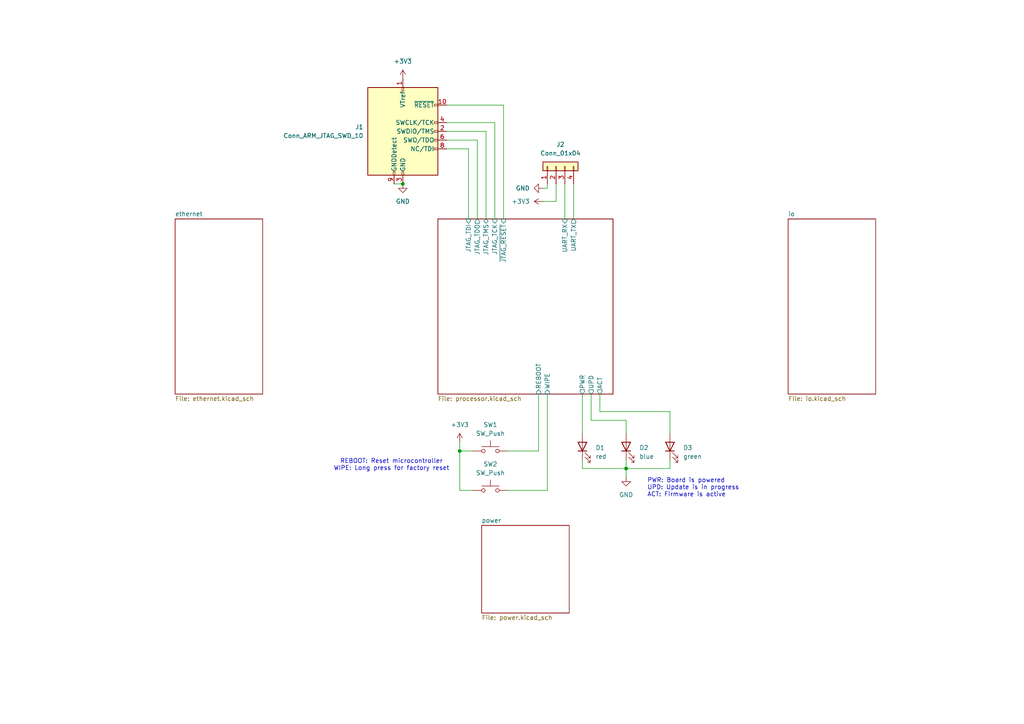
<source format=kicad_sch>
(kicad_sch (version 20231120) (generator "eeschema") (generator_version "8.0")
  (paper "A4")
  (lib_symbols
    (symbol "Connector:Conn_ARM_JTAG_SWD_10" (pin_names (offset 1.016))
      (property "Reference" "J" (at -2.54 16.51 0))
      (property "Value" "Conn_ARM_JTAG_SWD_10" (at -2.54 13.97 0))
      (symbol "Conn_ARM_JTAG_SWD_10_0_1"
        (rectangle (start -10.16 12.7) (end 10.16 -12.7) (stroke (width 0.254)) (fill (type background)))
        (rectangle (start -2.794 -12.7) (end -2.286 -11.684))
        (rectangle (start -0.254 -12.7) (end 0.254 -11.684))
        (rectangle (start -0.254 12.7) (end 0.254 11.684))
        (rectangle (start 9.144 2.286) (end 10.16 2.794))
        (rectangle (start 10.16 -2.794) (end 9.144 -2.286))
        (rectangle (start 10.16 -0.254) (end 9.144 0.254))
        (rectangle (start 10.16 7.874) (end 9.144 7.366))
      )
      (symbol "Conn_ARM_JTAG_SWD_10_1_1"
        (rectangle (start 9.144 -5.334) (end 10.16 -4.826))
        (pin power_in line (at 0 15.24 270) (length 2.54) (name "VTref") (number "1"))
        (pin open_collector line (at 12.7 7.62 180) (length 2.54) (name "~{RESET}") (number "10"))
        (pin bidirectional line (at 12.7 0 180) (length 2.54) (name "SWDIO/TMS") (number "2"))
        (pin power_in line (at 0 -15.24 90) (length 2.54) (name "GND") (number "3"))
        (pin output line (at 12.7 2.54 180) (length 2.54) (name "SWCLK/TCK") (number "4"))
        (pin passive line (at 0 -15.24 90) (length 2.54) hide (name "GND") (number "5"))
        (pin input line (at 12.7 -2.54 180) (length 2.54) (name "SWO/TDO") (number "6"))
        (pin no_connect line (at -10.16 0 0) (length 2.54) hide (name "KEY") (number "7"))
        (pin output line (at 12.7 -5.08 180) (length 2.54) (name "NC/TDI") (number "8"))
        (pin passive line (at -2.54 -15.24 90) (length 2.54) (name "GNDDetect") (number "9"))
      )
    )
    (symbol "Connector_Generic:Conn_01x04" (pin_names (offset 1.016) hide)
      (property "Reference" "J" (at 0 5.08 0))
      (property "Value" "Conn_01x04" (at 0 -7.62 0))
      (symbol "Conn_01x04_1_1"
        (rectangle (start -1.27 -4.953) (end 0 -5.207) (stroke (width 0.1524)))
        (rectangle (start -1.27 -2.413) (end 0 -2.667) (stroke (width 0.1524)))
        (rectangle (start -1.27 0.127) (end 0 -0.127) (stroke (width 0.1524)))
        (rectangle (start -1.27 2.667) (end 0 2.413) (stroke (width 0.1524)))
        (rectangle (start -1.27 3.81) (end 1.27 -6.35) (stroke (width 0.254)) (fill (type background)))
        (pin passive line (at -5.08 2.54 0) (length 3.81) (name "Pin_1") (number "1"))
        (pin passive line (at -5.08 0 0) (length 3.81) (name "Pin_2") (number "2"))
        (pin passive line (at -5.08 -2.54 0) (length 3.81) (name "Pin_3") (number "3"))
        (pin passive line (at -5.08 -5.08 0) (length 3.81) (name "Pin_4") (number "4"))
      )
    )
    (symbol "Device:LED" (pin_numbers hide) (pin_names (offset 1.016) hide)
      (property "Reference" "D" (at 0 2.54 0))
      (property "Value" "LED" (at 0 -2.54 0))
      (symbol "LED_0_1"
        (polyline (pts (xy -1.27 -1.27) (xy -1.27 1.27)) (stroke (width 0.254)))
        (polyline (pts (xy -1.27 0) (xy 1.27 0)))
        (polyline (pts (xy 1.27 -1.27) (xy 1.27 1.27) (xy -1.27 0) (xy 1.27 -1.27)) (stroke (width 0.254)))
        (polyline (pts (xy -3.048 -0.762) (xy -4.572 -2.286) (xy -3.81 -2.286) (xy -4.572 -2.286) (xy -4.572 -1.524)))
        (polyline (pts (xy -1.778 -0.762) (xy -3.302 -2.286) (xy -2.54 -2.286) (xy -3.302 -2.286) (xy -3.302 -1.524)))
      )
      (symbol "LED_1_1"
        (pin passive line (at -3.81 0 0) (length 2.54) (name "K") (number "1"))
        (pin passive line (at 3.81 0 180) (length 2.54) (name "A") (number "2"))
      )
    )
    (symbol "Switch:SW_Push" (pin_numbers hide) (pin_names (offset 1.016) hide)
      (property "Reference" "SW" (at 1.27 2.54 0))
      (property "Value" "SW_Push" (at 0 -1.524 0))
      (symbol "SW_Push_0_1"
        (circle (center -2.032 0) (radius 0.508))
        (polyline (pts (xy 0 1.27) (xy 0 3.048)))
        (polyline (pts (xy 2.54 1.27) (xy -2.54 1.27)))
        (circle (center 2.032 0) (radius 0.508))
        (pin passive line (at -5.08 0 0) (length 2.54) (name "1") (number "1"))
        (pin passive line (at 5.08 0 180) (length 2.54) (name "2") (number "2"))
      )
    )
    (symbol "power:+3V3" (power) (pin_numbers hide) (pin_names (offset 0) hide)
      (property "Value" "+3V3" (at 0 3.556 0))
      (symbol "+3V3_0_1"
        (polyline (pts (xy -0.762 1.27) (xy 0 2.54)))
        (polyline (pts (xy 0 0) (xy 0 2.54)))
        (polyline (pts (xy 0 2.54) (xy 0.762 1.27)))
      )
      (symbol "+3V3_1_1"
        (pin power_in line (at 0 0 90) (length 0) (name "~") (number "1"))
      )
    )
    (symbol "power:GND" (power) (pin_numbers hide) (pin_names (offset 0) hide)
      (property "Value" "GND" (at 0 -3.81 0))
      (symbol "GND_0_1"
        (polyline (pts (xy 0 0) (xy 0 -1.27) (xy 1.27 -1.27) (xy 0 -2.54) (xy -1.27 -1.27) (xy 0 -1.27)))
      )
      (symbol "GND_1_1"
        (pin power_in line (at 0 0 270) (length 0) (name "~") (number "1"))
      )
    )
  )
  (junction (at 181.61 135.89))
  (junction (at 133.35 130.81))
  (junction (at 116.84 53.34))
  (wire (pts (xy 181.61 135.89) (xy 181.61 138.43)))
  (wire (pts (xy 138.43 40.64) (xy 138.43 63.5)))
  (wire (pts (xy 181.61 133.35) (xy 181.61 135.89)))
  (wire (pts (xy 161.29 58.42) (xy 157.48 58.42)))
  (wire (pts (xy 129.54 35.56) (xy 143.51 35.56)))
  (wire (pts (xy 181.61 121.92) (xy 181.61 125.73)))
  (wire (pts (xy 129.54 30.48) (xy 146.05 30.48)))
  (wire (pts (xy 146.05 30.48) (xy 146.05 63.5)))
  (wire (pts (xy 156.21 114.3) (xy 156.21 130.81)))
  (wire (pts (xy 133.35 130.81) (xy 133.35 142.24)))
  (wire (pts (xy 158.75 114.3) (xy 158.75 142.24)))
  (wire (pts (xy 168.91 135.89) (xy 181.61 135.89)))
  (wire (pts (xy 114.3 53.34) (xy 116.84 53.34)))
  (wire (pts (xy 168.91 114.3) (xy 168.91 125.73)))
  (wire (pts (xy 173.99 114.3) (xy 173.99 119.38)))
  (wire (pts (xy 129.54 40.64) (xy 138.43 40.64)))
  (wire (pts (xy 137.16 142.24) (xy 133.35 142.24)))
  (wire (pts (xy 157.48 54.61) (xy 158.75 54.61)))
  (wire (pts (xy 161.29 53.34) (xy 161.29 58.42)))
  (wire (pts (xy 133.35 130.81) (xy 133.35 128.27)))
  (wire (pts (xy 129.54 43.18) (xy 135.89 43.18)))
  (wire (pts (xy 158.75 54.61) (xy 158.75 53.34)))
  (wire (pts (xy 140.97 38.1) (xy 140.97 63.5)))
  (wire (pts (xy 173.99 119.38) (xy 194.31 119.38)))
  (wire (pts (xy 194.31 119.38) (xy 194.31 125.73)))
  (wire (pts (xy 194.31 133.35) (xy 194.31 135.89)))
  (wire (pts (xy 194.31 135.89) (xy 181.61 135.89)))
  (wire (pts (xy 168.91 133.35) (xy 168.91 135.89)))
  (wire (pts (xy 158.75 142.24) (xy 147.32 142.24)))
  (wire (pts (xy 143.51 35.56) (xy 143.51 63.5)))
  (wire (pts (xy 163.83 53.34) (xy 163.83 63.5)))
  (wire (pts (xy 171.45 114.3) (xy 171.45 121.92)))
  (wire (pts (xy 129.54 38.1) (xy 140.97 38.1)))
  (wire (pts (xy 135.89 43.18) (xy 135.89 63.5)))
  (wire (pts (xy 171.45 121.92) (xy 181.61 121.92)))
  (wire (pts (xy 137.16 130.81) (xy 133.35 130.81)))
  (wire (pts (xy 166.37 53.34) (xy 166.37 63.5)))
  (wire (pts (xy 156.21 130.81) (xy 147.32 130.81)))
  (text "PWR: Board is powered\nUPD: Update is in progress\nACT: Firmware is active" (at 187.706 141.478 0) (effects (font (size 1.27 1.27)) (justify left)))
  (text "REBOOT: Reset microcontroller\nWIPE: Long press for factory reset" (at 113.538 134.874 0) (effects (font (size 1.27 1.27))))
  (symbol (lib_id "Switch:SW_Push") (at 142.24 130.81 0) (mirror y) (unit 1)
    (property "Reference" "SW1" (at 142.24 123.19 0))
    (property "Value" "SW_Push" (at 142.24 125.73 0))
    (property "Footprint" "Button_Switch_SMD:SW_SPST_TL3305B" (effects (hide yes)))
    (property "Datasheet" "https://www.e-switch.com/wp-content/uploads/2024/08/TL3305.pdf" (effects (hide yes)))
    (property "Description" "REBOOT" (effects (hide yes)))
    (property "MPN" "TL3305BF260QG" (effects (hide yes)))
    (property "Manufacturer" "E-Switch" (effects (hide yes)))
  )
  (symbol (lib_id "Switch:SW_Push") (at 142.24 142.24 0) (mirror y) (unit 1)
    (property "Reference" "SW2" (at 142.24 134.62 0))
    (property "Value" "SW_Push" (at 142.24 137.16 0))
    (property "Footprint" "Button_Switch_SMD:SW_SPST_TL3305B" (effects (hide yes)))
    (property "Datasheet" "https://www.e-switch.com/wp-content/uploads/2024/08/TL3305.pdf" (effects (hide yes)))
    (property "Description" "WIPE" (effects (hide yes)))
    (property "MPN" "TL3305BF260QG" (effects (hide yes)))
    (property "Manufacturer" "E-Switch" (effects (hide yes)))
  )
  (symbol (lib_id "Device:LED") (at 181.61 129.54 90) (unit 1)
    (property "Reference" "D2" (at 185.42 129.8574 90) (effects (justify right)))
    (property "Value" "blue" (at 185.42 132.3974 90) (effects (justify right)))
    (property "Footprint" "LED_SMD:LED_1206_3216Metric" (effects (hide yes)))
    (property "Datasheet" "https://s3-us-west-2.amazonaws.com/catsy.557/Dialight_CBI_data_598-1206_Apr2018.pdf" (effects (hide yes)))
    (property "Description" "UPD" (effects (hide yes)))
    (property "MPN" "598-8291-107F" (effects (hide yes)))
    (property "Manufacturer" "Dialight" (effects (hide yes)))
  )
  (symbol (lib_id "Connector_Generic:Conn_01x04") (at 161.29 48.26 90) (unit 1)
    (property "Reference" "J2" (at 162.56 41.91 90))
    (property "Value" "Conn_01x04" (at 162.56 44.45 90))
    (property "Footprint" "Connector_PinHeader_2.54mm:PinHeader_1x04_P2.54mm_Vertical" (effects (hide yes)))
    (property "Description" "UART" (effects (hide yes)))
  )
  (symbol (lib_id "power:+3V3") (at 133.35 128.27 0) (mirror y) (unit 1)
    (property "Reference" "#PWR04" (effects (hide yes)))
    (property "Value" "+3V3" (at 133.35 123.19 0))
    (property "Description" "Power symbol creates a global label with name \"+3V3\"" (effects (hide yes)))
  )
  (symbol (lib_id "Connector:Conn_ARM_JTAG_SWD_10") (at 116.84 38.1 0) (unit 1)
    (property "Reference" "J1" (at 105.41 36.8299 0) (effects (justify right)))
    (property "Value" "Conn_ARM_JTAG_SWD_10" (at 105.41 39.3699 0) (effects (justify right)))
    (property "Datasheet" "https://mm.digikey.com/Volume0/opasdata/d220001/medias/docus/6209/ftsh-1xx-xx-xxx-dv-xxx-xxx-x-xx-mkt.pdf" (effects (hide yes)))
    (property "Description" "JTAG" (effects (hide yes)))
    (property "MPN" "FTSH-105-01-L-DV-007-K-TR" (effects (hide yes)))
    (property "Manufacturer" "samtec" (effects (hide yes)))
  )
  (symbol (lib_id "power:+3V3") (at 157.48 58.42 90) (unit 1)
    (property "Reference" "#PWR06" (effects (hide yes)))
    (property "Value" "+3V3" (at 153.67 58.4199 90) (effects (justify left)))
    (property "Description" "Power symbol creates a global label with name \"+3V3\"" (effects (hide yes)))
  )
  (symbol (lib_id "Device:LED") (at 194.31 129.54 90) (unit 1)
    (property "Reference" "D3" (at 198.12 129.8574 90) (effects (justify right)))
    (property "Value" "green" (at 198.12 132.3974 90) (effects (justify right)))
    (property "Footprint" "LED_SMD:LED_1206_3216Metric" (effects (hide yes)))
    (property "Datasheet" "https://s3-us-west-2.amazonaws.com/catsy.557/Dialight_CBI_data_598-1206_Apr2018.pdf" (effects (hide yes)))
    (property "Description" "ACT" (effects (hide yes)))
    (property "MPN" "598-8270-107F" (effects (hide yes)))
    (property "Manufacturer" "Dialight" (effects (hide yes)))
  )
  (symbol (lib_id "power:GND") (at 116.84 53.34 0) (unit 1)
    (property "Reference" "#PWR02" (effects (hide yes)))
    (property "Value" "GND" (at 116.84 58.42 0))
    (property "Description" "Power symbol creates a global label with name \"GND\" , ground" (effects (hide yes)))
  )
  (symbol (lib_id "power:GND") (at 181.61 138.43 0) (unit 1)
    (property "Reference" "#PWR03" (effects (hide yes)))
    (property "Value" "GND" (at 181.61 143.51 0))
    (property "Description" "Power symbol creates a global label with name \"GND\" , ground" (effects (hide yes)))
  )
  (symbol (lib_id "power:GND") (at 157.48 54.61 270) (unit 1)
    (property "Reference" "#PWR05" (effects (hide yes)))
    (property "Value" "GND" (at 153.67 54.6099 90) (effects (justify right)))
    (property "Description" "Power symbol creates a global label with name \"GND\" , ground" (effects (hide yes)))
  )
  (symbol (lib_id "power:+3V3") (at 116.84 22.86 0) (unit 1)
    (property "Reference" "#PWR01" (effects (hide yes)))
    (property "Value" "+3V3" (at 116.84 17.78 0))
    (property "Description" "Power symbol creates a global label with name \"+3V3\"" (effects (hide yes)))
  )
  (symbol (lib_id "Device:LED") (at 168.91 129.54 90) (unit 1)
    (property "Reference" "D1" (at 172.72 129.8574 90) (effects (justify right)))
    (property "Value" "red" (at 172.72 132.3974 90) (effects (justify right)))
    (property "Footprint" "LED_SMD:LED_1206_3216Metric" (effects (hide yes)))
    (property "Datasheet" "https://s3-us-west-2.amazonaws.com/catsy.557/Dialight_CBI_data_598-1206_Apr2018.pdf" (effects (hide yes)))
    (property "Description" "PWR" (effects (hide yes)))
    (property "MPN" "598-8210-107F" (effects (hide yes)))
    (property "Manufacturer" "Dialight" (effects (hide yes)))
  )
  (sheet (at 50.8 63.5) (size 25.4 50.8) (stroke (width 0.1524))
    (property "Sheetname" "ethernet" (at 50.8 62.7884 0) (effects (justify left bottom)))
    (property "Sheetfile" "ethernet.kicad_sch" (at 50.8 114.8846 0) (effects (justify left top)))
  )
  (sheet (at 228.6 63.5) (size 25.4 50.8) (stroke (width 0.1524))
    (property "Sheetname" "io" (at 228.6 62.7884 0) (effects (justify left bottom)))
    (property "Sheetfile" "io.kicad_sch" (at 228.6 114.8846 0) (effects (justify left top)))
  )
  (sheet (at 127 63.5) (size 50.8 50.8) (stroke (width 0.1524))
    (property "Sheetname" "processor" (effects (hide yes)))
    (property "Sheetfile" "processor.kicad_sch" (at 127 114.8846 0) (effects (justify left top)))
    (pin "REBOOT" input (at 156.21 114.3 270))
    (pin "WIPE" input (at 158.75 114.3 270))
    (pin "PWR" output (at 168.91 114.3 270))
    (pin "UPD" output (at 171.45 114.3 270))
    (pin "ACT" output (at 173.99 114.3 270))
    (pin "JTAG_TDI" input (at 135.89 63.5 90))
    (pin "JTAG_TDO" output (at 138.43 63.5 90))
    (pin "~{JTAG_RESET}" input (at 146.05 63.5 90))
    (pin "JTAG_TMS" bidirectional (at 140.97 63.5 90))
    (pin "JTAG_TCK" input (at 143.51 63.5 90))
    (pin "UART_RX" input (at 163.83 63.5 90))
    (pin "UART_TX" output (at 166.37 63.5 90))
  )
  (sheet (at 139.7 152.4) (size 25.4 25.4) (stroke (width 0.1524))
    (property "Sheetname" "power" (at 139.7 151.6884 0) (effects (justify left bottom)))
    (property "Sheetfile" "power.kicad_sch" (at 139.7 178.3846 0) (effects (justify left top)))
  )
)
</source>
